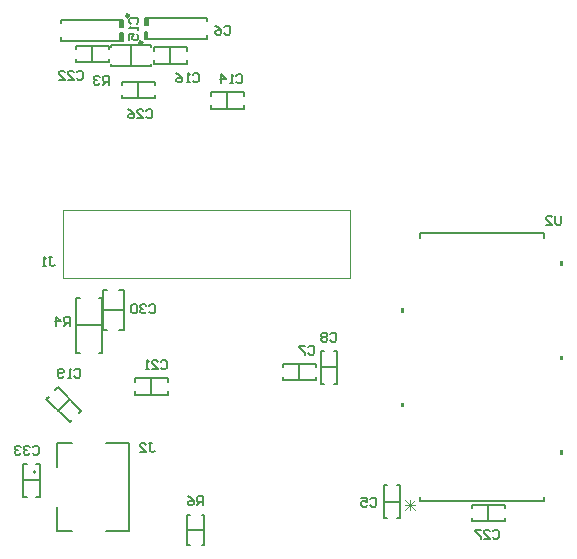
<source format=gbr>
%TF.GenerationSoftware,Altium Limited,Altium Designer,20.2.5 (213)*%
G04 Layer_Color=32896*
%FSLAX44Y44*%
%MOMM*%
%TF.SameCoordinates,159794D8-7842-4491-B27A-FE66E37C9FAE*%
%TF.FilePolarity,Positive*%
%TF.FileFunction,Legend,Bot*%
%TF.Part,Single*%
G01*
G75*
%TA.AperFunction,NonConductor*%
%ADD47C,0.2000*%
%ADD48C,0.2500*%
%ADD49C,0.1500*%
%ADD50C,0.1000*%
%ADD51C,0.1524*%
%ADD52C,0.0762*%
%ADD53C,0.1778*%
%ADD54R,0.1500X0.6000*%
G36*
X677037Y580775D02*
X674497D01*
Y584585D01*
X677037D01*
Y580775D01*
D02*
G37*
G36*
X808863Y540775D02*
X811403D01*
Y544585D01*
X808863D01*
Y540775D01*
D02*
G37*
G36*
X677037Y660775D02*
X674497D01*
Y664585D01*
X677037D01*
Y660775D01*
D02*
G37*
G36*
X808863Y620775D02*
X811403D01*
Y624585D01*
X808863Y624585D01*
X808863Y620775D01*
D02*
G37*
G36*
X808863Y700775D02*
X811403D01*
Y704585D01*
X808863D01*
Y700775D01*
D02*
G37*
D47*
X364750Y526088D02*
G03*
X364750Y526088I-1000J0D01*
G01*
X418210Y627240D02*
X421210D01*
Y673240D01*
X418210D02*
X421210D01*
X399210D02*
X402210D01*
X399210Y627240D02*
Y673240D01*
Y627240D02*
X402210D01*
X399210Y650240D02*
X421210D01*
X383210Y530788D02*
Y550588D01*
Y476588D02*
Y496388D01*
Y476588D02*
X396010D01*
X424410D02*
X443710D01*
X383210Y550588D02*
X396010D01*
X424410D02*
X443710D01*
Y476588D02*
Y550588D01*
X459573Y892968D02*
Y898968D01*
X457573D02*
X459573D01*
X509573Y895968D02*
X509573Y892968D01*
X457573D02*
Y898968D01*
Y892968D02*
X509573D01*
X459740Y904700D02*
Y910700D01*
X457740Y904700D02*
X459740D01*
X509740Y907700D02*
Y910700D01*
X457740Y904700D02*
Y910700D01*
X509740D01*
X436647Y903162D02*
Y909162D01*
Y903162D02*
X438647D01*
X386647Y906162D02*
Y909162D01*
X438647Y903162D02*
Y909162D01*
X386647D02*
X438647D01*
X436480Y891430D02*
Y897430D01*
X438480D01*
X386480Y891430D02*
Y894430D01*
X438480Y891430D02*
Y897430D01*
X386480Y891430D02*
X438480D01*
D48*
X454990Y889700D02*
G03*
X454990Y889700I-1250J0D01*
G01*
X443730Y912430D02*
G03*
X443730Y912430I-1250J0D01*
G01*
D49*
X492790Y871840D02*
Y874840D01*
X464790Y871840D02*
X492790D01*
X464790D02*
Y874840D01*
Y882840D02*
Y885840D01*
X492790D01*
Y882840D02*
Y885840D01*
X478790Y871840D02*
Y885840D01*
X398750Y884110D02*
Y887110D01*
X426750D01*
Y884110D02*
Y887110D01*
Y873110D02*
Y876110D01*
X398750Y873110D02*
X426750D01*
X398750D02*
Y876110D01*
X412750Y873110D02*
Y887110D01*
X437720Y853630D02*
Y856630D01*
X465720D01*
Y853630D02*
Y856630D01*
Y842630D02*
Y845630D01*
X437720Y842630D02*
X465720D01*
X437720D02*
Y845630D01*
X451720Y842630D02*
Y856630D01*
X428770Y869840D02*
Y871840D01*
Y869840D02*
X462770D01*
Y871840D01*
X428770Y885840D02*
Y887840D01*
X462770D01*
Y885840D02*
Y887840D01*
X445770Y869840D02*
Y887840D01*
X421530Y680194D02*
X425530D01*
X421530Y646194D02*
Y680194D01*
Y646194D02*
X425530D01*
X435530D02*
X439530D01*
Y680194D01*
X435530D02*
X439530D01*
X421530Y663194D02*
X439530D01*
X659750Y500780D02*
X673750D01*
X670750Y486780D02*
X673750D01*
Y514780D01*
X670750D02*
X673750D01*
X659750D02*
X662750D01*
X659750Y486780D02*
Y514780D01*
Y486780D02*
X662750D01*
X762030Y484490D02*
Y487490D01*
X734030Y484490D02*
X762030D01*
X734030D02*
Y487490D01*
Y495490D02*
Y498490D01*
X762030D01*
Y495490D02*
Y498490D01*
X748030Y484490D02*
Y498490D01*
X505460Y489908D02*
X507380D01*
Y464508D02*
Y489908D01*
X505460Y464508D02*
X507380D01*
X493380D02*
X495300D01*
X493380D02*
Y489908D01*
X495300D01*
X493380Y477208D02*
X507380D01*
X606410Y614680D02*
X620410D01*
X617410Y600680D02*
X620410D01*
Y628680D01*
X617410D02*
X620410D01*
X606410D02*
X609410D01*
X606410Y600680D02*
Y628680D01*
Y600680D02*
X609410D01*
X541050Y833740D02*
Y836740D01*
X513050Y833740D02*
X541050D01*
X513050D02*
Y836740D01*
Y844740D02*
Y847740D01*
X541050D01*
Y844740D02*
Y847740D01*
X527050Y833740D02*
Y847740D01*
X383670Y577980D02*
X393570Y587880D01*
X401348Y575859D02*
X403469Y577980D01*
X383670Y597779D02*
X403469Y577980D01*
X381549Y595658D02*
X383670Y597779D01*
X373771Y587880D02*
X375892Y590001D01*
X373771Y587880D02*
X393570Y568081D01*
X395691Y570202D01*
X462788Y591424D02*
Y605424D01*
X448788Y591424D02*
Y594424D01*
Y591424D02*
X476788D01*
Y594424D01*
Y602424D02*
Y605424D01*
X448788D02*
X476788D01*
X448788Y602424D02*
Y605424D01*
X588010Y603870D02*
Y617870D01*
X574010Y603870D02*
Y606870D01*
Y603870D02*
X602010D01*
Y606870D01*
Y614870D02*
Y617870D01*
X574010D02*
X602010D01*
X574010Y614870D02*
Y617870D01*
X354442Y519176D02*
X368442D01*
X354442Y533176D02*
X357442D01*
X354442Y505176D02*
Y533176D01*
Y505176D02*
X357442D01*
X365442D02*
X368442D01*
Y533176D01*
X365442D02*
X368442D01*
D50*
X631120Y690626D02*
X631374Y690880D01*
X631374Y747776D02*
X631374Y690880D01*
X388296Y747776D02*
X388296Y690626D01*
X388296Y747776D02*
X631374D01*
X388296Y690626D02*
X631120Y690626D01*
D51*
X795655Y501269D02*
Y504813D01*
X690245Y728091D02*
X795655D01*
Y724547D02*
Y728091D01*
X690245Y501269D02*
X795655D01*
X690245D02*
Y504813D01*
Y724547D02*
Y728091D01*
D52*
X677963Y493882D02*
X686427Y502346D01*
X677963D02*
X686427Y493882D01*
X677963Y498114D02*
X686427D01*
X682195Y502346D02*
Y493882D01*
D53*
X506476Y497840D02*
Y505457D01*
X502667D01*
X501398Y504188D01*
Y501649D01*
X502667Y500379D01*
X506476D01*
X503937D02*
X501398Y497840D01*
X493780Y505457D02*
X496319Y504188D01*
X498858Y501649D01*
Y499110D01*
X497589Y497840D01*
X495050D01*
X493780Y499110D01*
Y500379D01*
X495050Y501649D01*
X498858D01*
X362460Y547114D02*
X363729Y548383D01*
X366268D01*
X367538Y547114D01*
Y542036D01*
X366268Y540766D01*
X363729D01*
X362460Y542036D01*
X359921Y547114D02*
X358651Y548383D01*
X356112D01*
X354842Y547114D01*
Y545844D01*
X356112Y544575D01*
X357381D01*
X356112D01*
X354842Y543305D01*
Y542036D01*
X356112Y540766D01*
X358651D01*
X359921Y542036D01*
X352303Y547114D02*
X351033Y548383D01*
X348494D01*
X347225Y547114D01*
Y545844D01*
X348494Y544575D01*
X349764D01*
X348494D01*
X347225Y543305D01*
Y542036D01*
X348494Y540766D01*
X351033D01*
X352303Y542036D01*
X460756Y550671D02*
X463295D01*
X462025D01*
Y544323D01*
X463295Y543053D01*
X464564D01*
X465834Y544323D01*
X453138Y543053D02*
X458216D01*
X453138Y548132D01*
Y549401D01*
X454408Y550671D01*
X456947D01*
X458216Y549401D01*
X595886Y631950D02*
X597155Y633219D01*
X599694D01*
X600964Y631950D01*
Y626872D01*
X599694Y625602D01*
X597155D01*
X595886Y626872D01*
X593346Y633219D02*
X588268D01*
Y631950D01*
X593346Y626872D01*
Y625602D01*
X524510Y902715D02*
X525779Y903985D01*
X528318D01*
X529588Y902715D01*
Y897637D01*
X528318Y896367D01*
X525779D01*
X524510Y897637D01*
X516892Y903985D02*
X519431Y902715D01*
X521970Y900176D01*
Y897637D01*
X520701Y896367D01*
X518162D01*
X516892Y897637D01*
Y898906D01*
X518162Y900176D01*
X521970D01*
X648354Y502919D02*
X649624Y504189D01*
X652163D01*
X653432Y502919D01*
Y497841D01*
X652163Y496571D01*
X649624D01*
X648354Y497841D01*
X640737Y504189D02*
X645815D01*
Y500380D01*
X643276Y501650D01*
X642006D01*
X640737Y500380D01*
Y497841D01*
X642006Y496571D01*
X644545D01*
X645815Y497841D01*
X809752Y743202D02*
Y736854D01*
X808482Y735584D01*
X805943D01*
X804674Y736854D01*
Y743202D01*
X797056Y735584D02*
X802134D01*
X797056Y740662D01*
Y741932D01*
X798326Y743202D01*
X800865D01*
X802134Y741932D01*
X393698Y650051D02*
Y657669D01*
X389889D01*
X388620Y656399D01*
Y653860D01*
X389889Y652590D01*
X393698D01*
X391159D02*
X388620Y650051D01*
X382272D02*
Y657669D01*
X386080Y653860D01*
X381002D01*
X426972Y853949D02*
Y861567D01*
X423163D01*
X421894Y860297D01*
Y857758D01*
X423163Y856488D01*
X426972D01*
X424433D02*
X421894Y853949D01*
X419354Y860297D02*
X418085Y861567D01*
X415546D01*
X414276Y860297D01*
Y859028D01*
X415546Y857758D01*
X416815D01*
X415546D01*
X414276Y856488D01*
Y855219D01*
X415546Y853949D01*
X418085D01*
X419354Y855219D01*
X376174Y708151D02*
X378713D01*
X377444D01*
Y701803D01*
X378713Y700533D01*
X379983D01*
X381252Y701803D01*
X373635Y700533D02*
X371096D01*
X372365D01*
Y708151D01*
X373635Y706881D01*
X461008Y666749D02*
X462278Y668019D01*
X464817D01*
X466087Y666749D01*
Y661671D01*
X464817Y660401D01*
X462278D01*
X461008Y661671D01*
X458469Y666749D02*
X457200Y668019D01*
X454660D01*
X453391Y666749D01*
Y665480D01*
X454660Y664210D01*
X455930D01*
X454660D01*
X453391Y662940D01*
Y661671D01*
X454660Y660401D01*
X457200D01*
X458469Y661671D01*
X450852Y666749D02*
X449582Y668019D01*
X447043D01*
X445773Y666749D01*
Y661671D01*
X447043Y660401D01*
X449582D01*
X450852Y661671D01*
Y666749D01*
X751838Y475995D02*
X753108Y477265D01*
X755647D01*
X756917Y475995D01*
Y470917D01*
X755647Y469647D01*
X753108D01*
X751838Y470917D01*
X744221Y469647D02*
X749299D01*
X744221Y474726D01*
Y475995D01*
X745490Y477265D01*
X748030D01*
X749299Y475995D01*
X741682Y477265D02*
X736603D01*
Y475995D01*
X741682Y470917D01*
Y469647D01*
X458722Y832103D02*
X459992Y833373D01*
X462531D01*
X463801Y832103D01*
Y827025D01*
X462531Y825755D01*
X459992D01*
X458722Y827025D01*
X451105Y825755D02*
X456183D01*
X451105Y830834D01*
Y832103D01*
X452374Y833373D01*
X454914D01*
X456183Y832103D01*
X443487Y833373D02*
X446026Y832103D01*
X448566Y829564D01*
Y827025D01*
X447296Y825755D01*
X444757D01*
X443487Y827025D01*
Y828294D01*
X444757Y829564D01*
X448566D01*
X399540Y864615D02*
X400810Y865885D01*
X403349D01*
X404619Y864615D01*
Y859537D01*
X403349Y858267D01*
X400810D01*
X399540Y859537D01*
X391923Y858267D02*
X397001D01*
X391923Y863346D01*
Y864615D01*
X393192Y865885D01*
X395732D01*
X397001Y864615D01*
X384305Y858267D02*
X389384D01*
X384305Y863346D01*
Y864615D01*
X385575Y865885D01*
X388114D01*
X389384Y864615D01*
X470664Y619504D02*
X471933Y620774D01*
X474472D01*
X475742Y619504D01*
Y614426D01*
X474472Y613156D01*
X471933D01*
X470664Y614426D01*
X463046Y613156D02*
X468125D01*
X463046Y618234D01*
Y619504D01*
X464316Y620774D01*
X466855D01*
X468125Y619504D01*
X460507Y613156D02*
X457968D01*
X459237D01*
Y620774D01*
X460507Y619504D01*
X397766Y612138D02*
X399035Y613408D01*
X401574D01*
X402844Y612138D01*
Y607060D01*
X401574Y605790D01*
X399035D01*
X397766Y607060D01*
X395227Y605790D02*
X392687D01*
X393957D01*
Y613408D01*
X395227Y612138D01*
X388879Y607060D02*
X387609Y605790D01*
X385070D01*
X383800Y607060D01*
Y612138D01*
X385070Y613408D01*
X387609D01*
X388879Y612138D01*
Y610868D01*
X387609Y609599D01*
X383800D01*
X497966Y862329D02*
X499235Y863599D01*
X501774D01*
X503044Y862329D01*
Y857251D01*
X501774Y855981D01*
X499235D01*
X497966Y857251D01*
X495426Y855981D02*
X492887D01*
X494157D01*
Y863599D01*
X495426Y862329D01*
X484000Y863599D02*
X486539Y862329D01*
X489078Y859790D01*
Y857251D01*
X487809Y855981D01*
X485270D01*
X484000Y857251D01*
Y858520D01*
X485270Y859790D01*
X489078D01*
X445517Y905636D02*
X444247Y906905D01*
Y909444D01*
X445517Y910714D01*
X450595D01*
X451865Y909444D01*
Y906905D01*
X450595Y905636D01*
X451865Y903096D02*
Y900557D01*
Y901827D01*
X444247D01*
X445517Y903096D01*
X444247Y891670D02*
Y896748D01*
X448056D01*
X446786Y894209D01*
Y892940D01*
X448056Y891670D01*
X450595D01*
X451865Y892940D01*
Y895479D01*
X450595Y896748D01*
X534926Y861820D02*
X536195Y863090D01*
X538734D01*
X540004Y861820D01*
Y856742D01*
X538734Y855472D01*
X536195D01*
X534926Y856742D01*
X532387Y855472D02*
X529847D01*
X531117D01*
Y863090D01*
X532387Y861820D01*
X522230Y855472D02*
Y863090D01*
X526039Y859281D01*
X520960D01*
X614428Y642618D02*
X615697Y643887D01*
X618236D01*
X619506Y642618D01*
Y637540D01*
X618236Y636270D01*
X615697D01*
X614428Y637540D01*
X611889Y642618D02*
X610619Y643887D01*
X608080D01*
X606810Y642618D01*
Y641348D01*
X608080Y640079D01*
X606810Y638809D01*
Y637540D01*
X608080Y636270D01*
X610619D01*
X611889Y637540D01*
Y638809D01*
X610619Y640079D01*
X611889Y641348D01*
Y642618D01*
X610619Y640079D02*
X608080D01*
D54*
X458323Y895968D02*
D03*
X458490Y907700D02*
D03*
X437897Y906162D02*
D03*
X437730Y894430D02*
D03*
%TF.MD5,00ecb2ff057432f4d6a2b64dd6d0ea24*%
M02*

</source>
